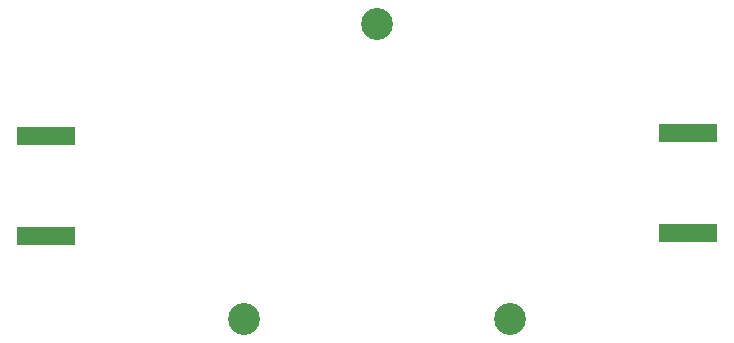
<source format=gbs>
%TF.GenerationSoftware,KiCad,Pcbnew,(6.0.1)*%
%TF.CreationDate,2022-03-22T15:32:48+01:00*%
%TF.ProjectId,HMC952_TestBoard,484d4339-3532-45f5-9465-7374426f6172,rev?*%
%TF.SameCoordinates,Original*%
%TF.FileFunction,Soldermask,Bot*%
%TF.FilePolarity,Negative*%
%FSLAX46Y46*%
G04 Gerber Fmt 4.6, Leading zero omitted, Abs format (unit mm)*
G04 Created by KiCad (PCBNEW (6.0.1)) date 2022-03-22 15:32:48*
%MOMM*%
%LPD*%
G01*
G04 APERTURE LIST*
%ADD10C,2.700000*%
%ADD11R,4.900000X1.600000*%
G04 APERTURE END LIST*
D10*
%TO.C,SCRW1*%
X136750000Y-79500000D03*
%TD*%
%TO.C,SCRW2*%
X125500000Y-104500000D03*
%TD*%
D11*
%TO.C,J2*%
X163050000Y-97260000D03*
X163050000Y-88740000D03*
%TD*%
%TO.C,J1*%
X108767500Y-88990000D03*
X108767500Y-97510000D03*
%TD*%
D10*
%TO.C,SCRW3*%
X148000000Y-104500000D03*
%TD*%
M02*

</source>
